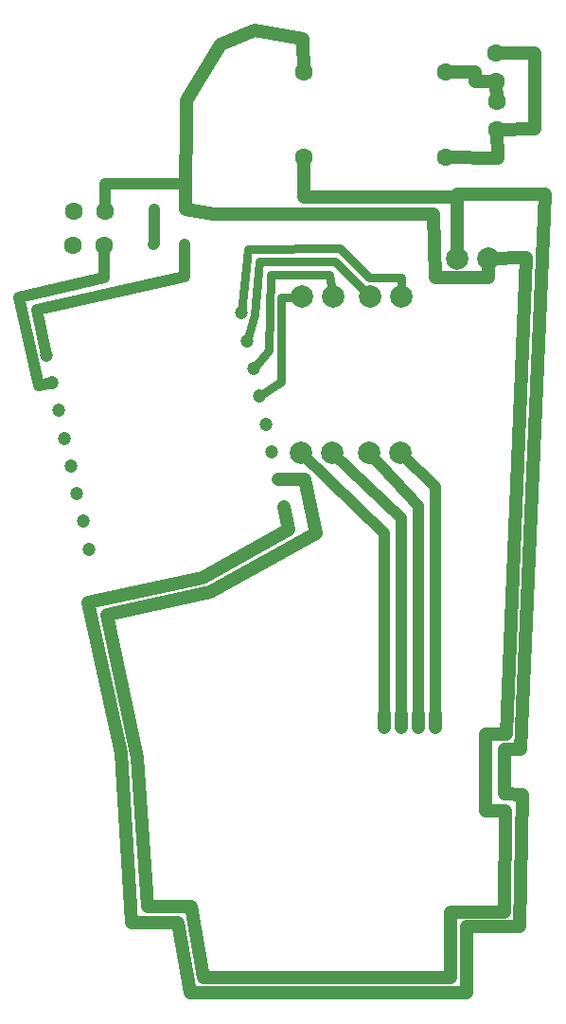
<source format=gbr>
%FSLAX34Y34*%
%MOMM*%
%LNCOPPER_BOTTOM*%
G71*
G01*
%ADD10C,2.000*%
%ADD11C,1.200*%
%ADD12C,1.000*%
%ADD13C,1.200*%
%ADD14C,1.600*%
%ADD15C,0.800*%
%LPD*%
X303000Y496500D02*
G54D10*
D03*
X331000Y496500D02*
G54D10*
D03*
X364000Y496500D02*
G54D10*
D03*
X392000Y496500D02*
G54D10*
D03*
X442500Y670500D02*
G54D10*
D03*
X471000Y670500D02*
G54D10*
D03*
G54D11*
X423000Y263000D02*
X423000Y251000D01*
G54D11*
X408000Y263000D02*
X408000Y251000D01*
G54D11*
X393000Y263000D02*
X393000Y251000D01*
G54D11*
X378000Y263000D02*
X378000Y251000D01*
G54D12*
X378000Y257000D02*
X378000Y425000D01*
X303000Y496500D01*
G54D12*
X393000Y257000D02*
X393000Y438000D01*
X331000Y496500D01*
G54D12*
X408000Y257000D02*
X408000Y449000D01*
X364000Y496500D01*
G54D12*
X423000Y257000D02*
X423000Y466000D01*
X392000Y496500D01*
X288283Y448056D02*
G54D13*
D03*
X282785Y472854D02*
G54D13*
D03*
X277288Y497652D02*
G54D13*
D03*
X271790Y522450D02*
G54D13*
D03*
X266293Y547248D02*
G54D13*
D03*
X260795Y572046D02*
G54D13*
D03*
X255298Y596844D02*
G54D13*
D03*
X249800Y621642D02*
G54D13*
D03*
X113762Y410605D02*
G54D13*
D03*
X108264Y435403D02*
G54D13*
D03*
X102767Y460201D02*
G54D13*
D03*
X97269Y484998D02*
G54D13*
D03*
X91772Y509796D02*
G54D13*
D03*
X86274Y534594D02*
G54D13*
D03*
X80776Y559392D02*
G54D13*
D03*
X75279Y584190D02*
G54D13*
D03*
X304000Y636500D02*
G54D10*
D03*
X332000Y636500D02*
G54D10*
D03*
X365000Y636500D02*
G54D10*
D03*
X393000Y636500D02*
G54D10*
D03*
G54D12*
X172000Y714000D02*
X172000Y684000D01*
X171000Y683000D01*
X100000Y713000D02*
G54D14*
D03*
X128000Y713000D02*
G54D14*
D03*
X127000Y682000D02*
G54D14*
D03*
X99000Y682000D02*
G54D14*
D03*
G54D12*
X128000Y713000D02*
X128000Y737000D01*
X200000Y737000D01*
X200000Y714000D01*
X305800Y836800D02*
G54D14*
D03*
X432800Y836800D02*
G54D14*
D03*
X432800Y760600D02*
G54D14*
D03*
X305800Y760600D02*
G54D14*
D03*
X478000Y854000D02*
G54D14*
D03*
X478600Y811000D02*
G54D14*
D03*
X478600Y785600D02*
G54D14*
D03*
X478000Y828600D02*
G54D14*
D03*
G54D15*
X393000Y636500D02*
X393000Y653000D01*
X364000Y653000D01*
X338000Y680000D01*
X256000Y679000D01*
X249800Y621642D01*
G54D15*
X365000Y636500D02*
X334000Y668000D01*
X266000Y668000D01*
X262000Y620000D01*
X255298Y596844D01*
G54D15*
X332000Y636500D02*
X329000Y656000D01*
X276000Y656000D01*
X274000Y588000D01*
X260795Y572046D01*
G54D15*
X304000Y636500D02*
X285000Y636000D01*
X285000Y560000D01*
X266293Y547248D01*
G54D12*
X199000Y683000D02*
X199000Y654000D01*
X67000Y625000D01*
X75279Y584190D01*
G54D12*
X127000Y682000D02*
X127000Y653000D01*
X51000Y636000D01*
X69000Y557000D01*
X80776Y559392D01*
G54D11*
X478600Y785600D02*
X479000Y760000D01*
X432800Y760600D01*
G54D11*
X478600Y811000D02*
X478000Y828600D01*
X459000Y829000D01*
X459000Y837000D01*
X432800Y836800D01*
G54D11*
X478000Y854000D02*
X512000Y854000D01*
X512000Y786000D01*
X478600Y785600D01*
G54D11*
X305800Y836800D02*
X304870Y866643D01*
X262000Y874000D01*
X231000Y862000D01*
X201000Y812000D01*
X200000Y714000D01*
G54D11*
X200000Y714000D02*
X225000Y710000D01*
X422000Y710000D01*
X423000Y653000D01*
X471000Y653000D01*
X471000Y670500D01*
G54D11*
X305800Y760600D02*
X305800Y725200D01*
X443000Y725000D01*
X442500Y670500D01*
G54D11*
X288283Y448056D02*
X292000Y428000D01*
X215000Y385000D01*
X112283Y363283D01*
X142000Y228000D01*
X152000Y77000D01*
X193000Y77000D01*
X204000Y14000D01*
X451000Y14000D01*
X451000Y73000D01*
X499000Y73000D01*
X501000Y191000D01*
X485000Y192000D01*
X485000Y232000D01*
X500000Y232000D01*
X522000Y728000D01*
X443000Y728000D01*
G54D11*
X282785Y472854D02*
X306854Y472854D01*
X317000Y425000D01*
X222000Y372000D01*
X130000Y352000D01*
X157000Y224000D01*
X166000Y91000D01*
X205000Y91000D01*
X216000Y28000D01*
X437000Y28000D01*
X437000Y86000D01*
X485000Y86000D01*
X486000Y177000D01*
X468000Y177000D01*
X468000Y245000D01*
X487000Y245000D01*
X505000Y671000D01*
X471000Y670500D01*
M02*

</source>
